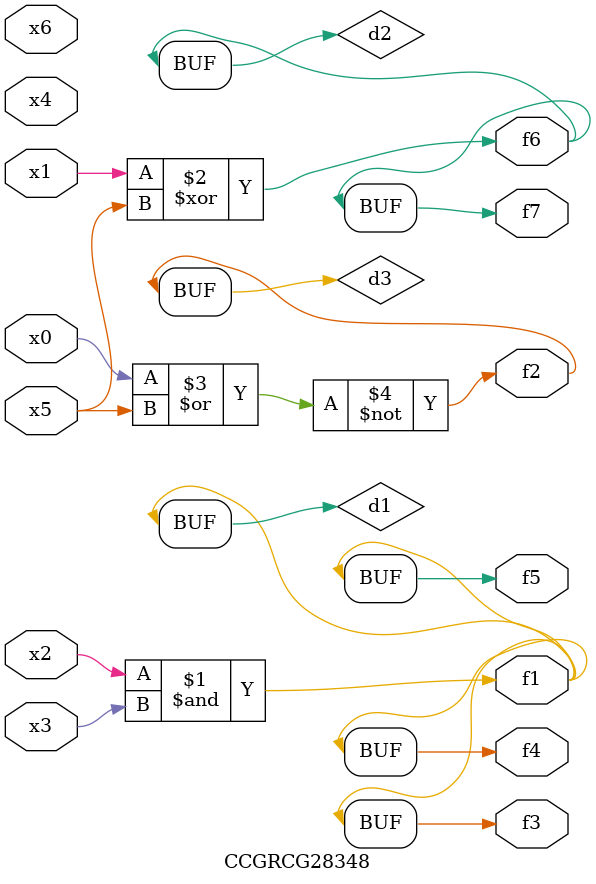
<source format=v>
module CCGRCG28348(
	input x0, x1, x2, x3, x4, x5, x6,
	output f1, f2, f3, f4, f5, f6, f7
);

	wire d1, d2, d3;

	and (d1, x2, x3);
	xor (d2, x1, x5);
	nor (d3, x0, x5);
	assign f1 = d1;
	assign f2 = d3;
	assign f3 = d1;
	assign f4 = d1;
	assign f5 = d1;
	assign f6 = d2;
	assign f7 = d2;
endmodule

</source>
